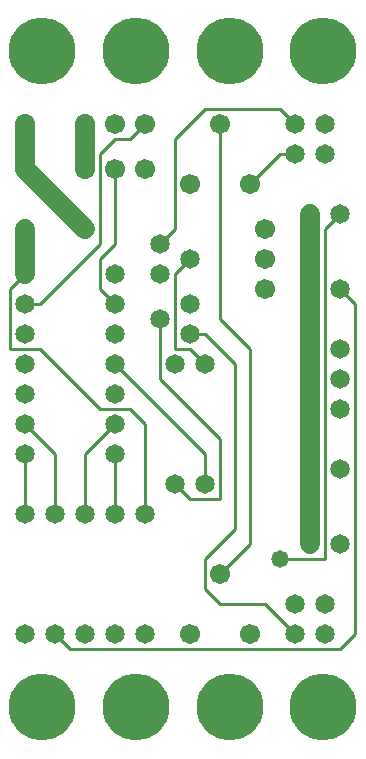
<source format=gtl>
%MOIN*%
%FSLAX25Y25*%
G04 D10 used for Character Trace; *
G04     Circle (OD=.01000) (No hole)*
G04 D11 used for Power Trace; *
G04     Circle (OD=.06700) (No hole)*
G04 D12 used for Signal Trace; *
G04     Circle (OD=.01100) (No hole)*
G04 D13 used for Via; *
G04     Circle (OD=.05800) (Round. Hole ID=.02800)*
G04 D14 used for Component hole; *
G04     Circle (OD=.06500) (Round. Hole ID=.03500)*
G04 D15 used for Component hole; *
G04     Circle (OD=.06700) (Round. Hole ID=.04300)*
G04 D16 used for Component hole; *
G04     Circle (OD=.08100) (Round. Hole ID=.05100)*
G04 D17 used for Component hole; *
G04     Circle (OD=.08900) (Round. Hole ID=.05900)*
G04 D18 used for Component hole; *
G04     Circle (OD=.11300) (Round. Hole ID=.08300)*
G04 D19 used for Component hole; *
G04     Circle (OD=.16000) (Round. Hole ID=.13000)*
G04 D20 used for Component hole; *
G04     Circle (OD=.18300) (Round. Hole ID=.15300)*
G04 D21 used for Component hole; *
G04     Circle (OD=.22291) (Round. Hole ID=.19291)*
%ADD10C,.01000*%
%ADD11C,.06700*%
%ADD12C,.01100*%
%ADD13C,.05800*%
%ADD14C,.06500*%
%ADD15C,.06700*%
%ADD16C,.08100*%
%ADD17C,.08900*%
%ADD18C,.11300*%
%ADD19C,.16000*%
%ADD20C,.18300*%
%ADD21C,.22291*%
%IPPOS*%
%LPD*%
G90*X0Y0D02*D21*X15625Y15625D03*D12*              
X25000Y35000D02*X115000D01*X120000Y40000D01*      
Y150000D01*X115000Y155000D01*D14*D03*X105000D03*  
D11*Y95000D01*D14*D03*D11*Y70000D01*D14*D03*D12*  
X95000Y65000D02*X110000D01*D13*X95000D03*D12*     
X75000Y60000D02*X85000Y70000D01*D15*              
X75000Y60000D03*D12*X70000Y55000D02*Y65000D01*    
X75000Y50000D02*X70000Y55000D01*X75000Y50000D02*  
X90000D01*X100000Y40000D01*D14*D03*               
X110000Y50000D03*Y40000D03*X100000Y50000D03*D15*  
X85000Y40000D03*D21*X78125Y15625D03*D12*          
X110000Y65000D02*Y175000D01*X115000Y180000D01*D14*
D03*X105000D03*D11*Y155000D01*D15*                
X90000Y165000D03*Y155000D03*D12*X85000Y70000D02*  
Y135000D01*X70000Y65000D02*X80000Y75000D01*       
Y130000D01*X70000Y140000D01*X65000D01*D14*D03*D12*
X60000Y135000D02*X65000D01*X70000Y130000D01*D14*  
D03*D12*X60000Y135000D02*Y160000D01*              
X65000Y165000D01*D14*D03*X55000Y170000D03*D12*    
X60000Y175000D01*Y205000D01*X70000Y215000D01*     
X95000D01*X100000Y210000D01*D14*D03*              
X110000Y200000D03*D12*X85000Y190000D02*           
X95000Y200000D01*D15*X85000Y190000D03*D12*        
X95000Y200000D02*X100000D01*D14*D03*              
X110000Y210000D03*D15*X75000D03*D12*Y145000D01*   
X85000Y135000D01*D14*X65000Y150000D03*            
X60000Y130000D03*X55000Y160000D03*                
X115000Y115000D03*Y125000D03*X55000Y145000D03*D12*
Y125000D01*X75000Y105000D01*Y85000D01*X65000D01*  
X60000Y90000D01*D14*D03*D12*X70000D02*Y100000D01* 
D14*Y90000D03*D12*Y100000D02*X40000Y130000D01*D14*
D03*Y140000D03*Y120000D03*D12*X35000Y115000D02*   
X45000D01*X50000Y110000D01*Y80000D01*D14*D03*     
X40000D03*D12*Y100000D01*D14*D03*Y110000D03*D12*  
X30000Y100000D01*Y80000D01*D14*D03*X20000D03*D12* 
Y100000D01*X10000Y110000D01*D14*D03*Y120000D03*   
Y100000D03*D12*Y80000D01*D14*D03*D12*             
X35000Y115000D02*X15000Y135000D01*X5000D01*       
Y155000D01*X10000Y160000D01*D14*D03*D11*          
Y175000D01*D14*D03*D15*X30000Y195000D03*D11*      
Y210000D01*D15*D03*D12*X35000Y200000D02*          
X40000Y205000D01*X35000Y170000D02*Y200000D01*     
X15000Y150000D02*X35000Y170000D01*                
X10000Y150000D02*X15000D01*D14*X10000D03*         
Y140000D03*Y130000D03*X30000Y175000D03*D11*       
X10000Y195000D01*D15*D03*D11*Y210000D01*D15*D03*  
D21*X15625Y234375D03*D15*X40000Y195000D03*D12*    
Y170000D01*X35000Y165000D01*Y155000D01*           
X40000Y150000D01*D14*D03*Y160000D03*D15*          
X65000Y190000D03*X50000Y195000D03*                
X90000Y175000D03*D12*X40000Y205000D02*X45000D01*  
X50000Y210000D01*D15*D03*X40000D03*D21*           
X46875Y234375D03*X78125D03*X109375D03*D14*        
X115000Y135000D03*Y95000D03*Y70000D03*            
X10000Y40000D03*X20000D03*D12*X25000Y35000D01*D14*
X30000Y40000D03*X40000D03*D21*X46875Y15625D03*D14*
X50000Y40000D03*D15*X65000D03*D21*                
X109375Y15625D03*M02*                             

</source>
